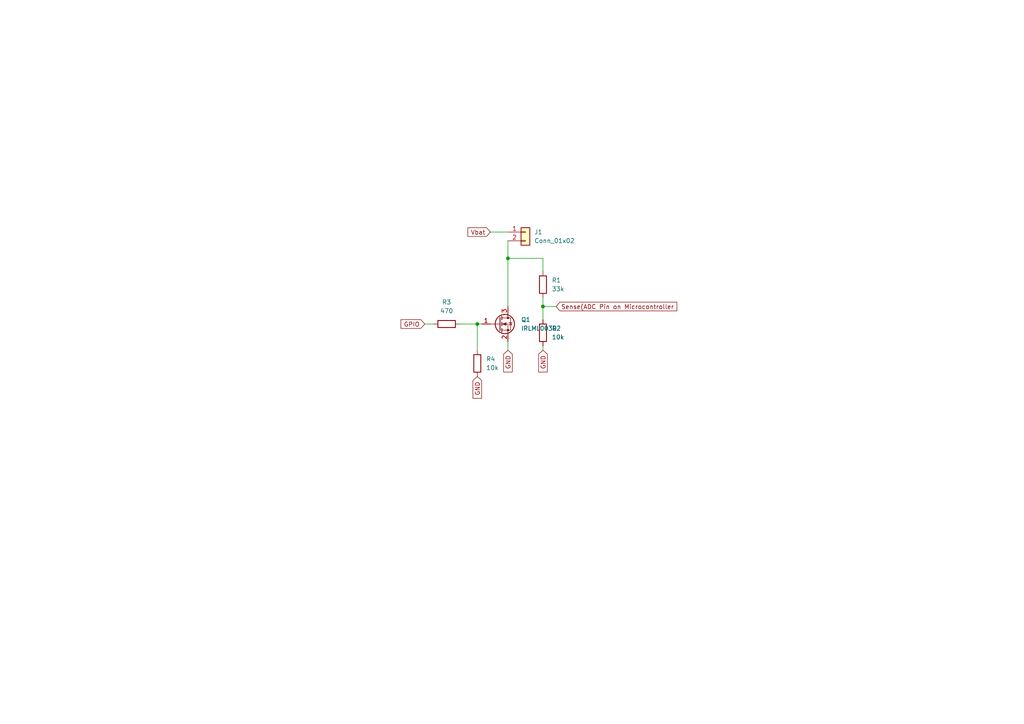
<source format=kicad_sch>
(kicad_sch (version 20231120) (generator "eeschema") (generator_version "8.0")
  (paper "A4")
  (lib_symbols
    (symbol "Connector_Generic:Conn_01x02" (pin_names (offset 1.016) hide)
      (property "Reference" "J" (at 0 2.54 0))
      (property "Value" "Conn_01x02" (at 0 -5.08 0))
      (symbol "Conn_01x02_1_1"
        (rectangle (start -1.27 -2.413) (end 0 -2.667) (stroke (width 0.1524)))
        (rectangle (start -1.27 0.127) (end 0 -0.127) (stroke (width 0.1524)))
        (rectangle (start -1.27 1.27) (end 1.27 -3.81) (stroke (width 0.254)) (fill (type background)))
        (pin passive line (at -5.08 0 0) (length 3.81) (name "Pin_1") (number "1"))
        (pin passive line (at -5.08 -2.54 0) (length 3.81) (name "Pin_2") (number "2"))
      )
    )
    (symbol "Device:R" (pin_numbers hide) (pin_names (offset 0))
      (property "Reference" "R" (at 2.032 0 90))
      (property "Value" "R" (at 0 0 90))
      (symbol "R_0_1"
        (rectangle (start -1.016 -2.54) (end 1.016 2.54) (stroke (width 0.254)))
      )
      (symbol "R_1_1"
        (pin passive line (at 0 3.81 270) (length 1.27) (name "~") (number "1"))
        (pin passive line (at 0 -3.81 90) (length 1.27) (name "~") (number "2"))
      )
    )
    (symbol "Transistor_FET:IRLML0030" (pin_names hide)
      (property "Reference" "Q" (at 5.08 1.905 0))
      (property "Value" "IRLML0030" (at 5.08 0 0))
      (symbol "IRLML0030_0_1"
        (polyline (pts (xy 0.254 0) (xy -2.54 0)))
        (polyline (pts (xy 0.254 1.905) (xy 0.254 -1.905)) (stroke (width 0.254)))
        (polyline (pts (xy 0.762 -1.27) (xy 0.762 -2.286)) (stroke (width 0.254)))
        (polyline (pts (xy 0.762 0.508) (xy 0.762 -0.508)) (stroke (width 0.254)))
        (polyline (pts (xy 0.762 2.286) (xy 0.762 1.27)) (stroke (width 0.254)))
        (polyline (pts (xy 2.54 2.54) (xy 2.54 1.778)))
        (polyline (pts (xy 2.54 -2.54) (xy 2.54 0) (xy 0.762 0)))
        (polyline (pts (xy 0.762 -1.778) (xy 3.302 -1.778) (xy 3.302 1.778) (xy 0.762 1.778)))
        (polyline (pts (xy 1.016 0) (xy 2.032 0.381) (xy 2.032 -0.381) (xy 1.016 0)) (fill (type outline)))
        (polyline (pts (xy 2.794 0.508) (xy 2.921 0.381) (xy 3.683 0.381) (xy 3.81 0.254)))
        (polyline (pts (xy 3.302 0.381) (xy 2.921 -0.254) (xy 3.683 -0.254) (xy 3.302 0.381)))
        (circle (center 1.651 0) (radius 2.794) (stroke (width 0.254)))
        (circle (center 2.54 -1.778) (radius 0.254) (fill (type outline)))
        (circle (center 2.54 1.778) (radius 0.254) (fill (type outline)))
      )
      (symbol "IRLML0030_1_1"
        (pin input line (at -5.08 0 0) (length 2.54) (name "G") (number "1"))
        (pin passive line (at 2.54 -5.08 90) (length 2.54) (name "S") (number "2"))
        (pin passive line (at 2.54 5.08 270) (length 2.54) (name "D") (number "3"))
      )
    )
  )
  (junction (at 157.48 88.9))
  (junction (at 138.43 93.98))
  (junction (at 147.32 74.93))
  (wire (pts (xy 123.19 93.98) (xy 125.73 93.98)))
  (wire (pts (xy 133.35 93.98) (xy 138.43 93.98)))
  (wire (pts (xy 147.32 99.06) (xy 147.32 101.6)))
  (wire (pts (xy 157.48 88.9) (xy 161.29 88.9)))
  (wire (pts (xy 142.24 67.31) (xy 147.32 67.31)))
  (wire (pts (xy 147.32 74.93) (xy 157.48 74.93)))
  (wire (pts (xy 157.48 88.9) (xy 157.48 92.71)))
  (wire (pts (xy 147.32 74.93) (xy 147.32 88.9)))
  (wire (pts (xy 157.48 74.93) (xy 157.48 78.74)))
  (wire (pts (xy 138.43 93.98) (xy 139.7 93.98)))
  (wire (pts (xy 157.48 100.33) (xy 157.48 101.6)))
  (wire (pts (xy 138.43 93.98) (xy 138.43 101.6)))
  (wire (pts (xy 157.48 86.36) (xy 157.48 88.9)))
  (wire (pts (xy 147.32 69.85) (xy 147.32 74.93)))
  (global_label "Vbat" (shape input) (at 142.24 67.31 180) (property "Intersheetrefs" "${INTERSHEET_REFS}" (effects (hide yes))))
  (global_label "GND" (shape input) (at 147.32 101.6 270) (property "Intersheetrefs" "${INTERSHEET_REFS}" (effects (hide yes))))
  (global_label "GND" (shape input) (at 138.43 109.22 270) (property "Intersheetrefs" "${INTERSHEET_REFS}" (effects (hide yes))))
  (global_label "GND" (shape input) (at 157.48 101.6 270) (property "Intersheetrefs" "${INTERSHEET_REFS}" (effects (hide yes))))
  (global_label "Sense(ADC Pin on Microcontroller" (shape input) (at 161.29 88.9 0) (property "Intersheetrefs" "${INTERSHEET_REFS}" (effects (hide yes))))
  (global_label "GPIO" (shape input) (at 123.19 93.98 180) (property "Intersheetrefs" "${INTERSHEET_REFS}" (effects (hide yes))))
  (symbol (lib_id "Connector_Generic:Conn_01x02") (at 152.4 67.31 0) (unit 1)
    (property "Reference" "J1" (at 154.94 67.3099 0) (effects (justify left)))
    (property "Value" "Conn_01x02" (at 154.94 69.8499 0) (effects (justify left)))
    (property "Description" "Generic connector, single row, 01x02, script generated (kicad-library-utils/schlib/autogen/connector/)" (effects (hide yes)))
  )
  (symbol (lib_id "Device:R") (at 157.48 82.55 0) (unit 1)
    (property "Reference" "R1" (at 160.02 81.2799 0) (effects (justify left)))
    (property "Value" "33k" (at 160.02 83.8199 0) (effects (justify left)))
    (property "Description" "Resistor" (effects (hide yes)))
  )
  (symbol (lib_id "Device:R") (at 129.54 93.98 90) (unit 1)
    (property "Reference" "R3" (at 129.54 87.63 90))
    (property "Value" "470" (at 129.54 90.17 90))
    (property "Description" "Resistor" (effects (hide yes)))
  )
  (symbol (lib_id "Transistor_FET:IRLML0030") (at 144.78 93.98 0) (unit 1)
    (property "Reference" "Q1" (at 151.13 92.7099 0) (effects (justify left)))
    (property "Value" "IRLML0030" (at 151.13 95.2499 0) (effects (justify left)))
    (property "Footprint" "Package_TO_SOT_SMD:SOT-23" (effects (hide yes)))
    (property "Datasheet" "https://www.infineon.com/dgdl/irlml0030pbf.pdf?fileId=5546d462533600a401535664773825df" (effects (hide yes)))
    (property "Description" "5.3A Id, 30V Vds, 27mOhm Rds, N-Channel HEXFET Power MOSFET, SOT-23" (effects (hide yes)))
  )
  (symbol (lib_id "Device:R") (at 138.43 105.41 0) (unit 1)
    (property "Reference" "R4" (at 140.97 104.1399 0) (effects (justify left)))
    (property "Value" "10k" (at 140.97 106.6799 0) (effects (justify left)))
    (property "Description" "Resistor" (effects (hide yes)))
  )
  (symbol (lib_id "Device:R") (at 157.48 96.52 0) (unit 1)
    (property "Reference" "R2" (at 160.02 95.2499 0) (effects (justify left)))
    (property "Value" "10k" (at 160.02 97.7899 0) (effects (justify left)))
    (property "Description" "Resistor" (effects (hide yes)))
  )
)
</source>
